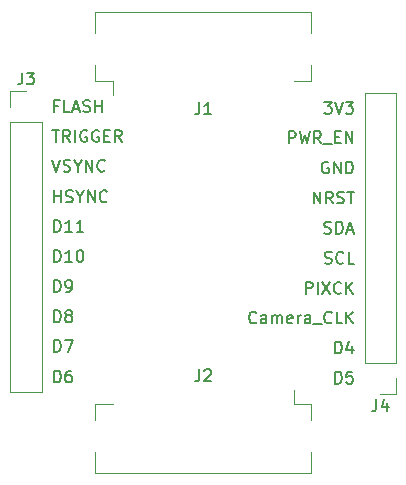
<source format=gto>
G04 #@! TF.GenerationSoftware,KiCad,Pcbnew,(5.1.0)-1*
G04 #@! TF.CreationDate,2019-08-01T13:02:20+05:30*
G04 #@! TF.ProjectId,AR0135_STM32F746G-DISCO_adapter_rev1,41523031-3335-45f5-9354-4d3332463734,rev?*
G04 #@! TF.SameCoordinates,Original*
G04 #@! TF.FileFunction,Legend,Top*
G04 #@! TF.FilePolarity,Positive*
%FSLAX46Y46*%
G04 Gerber Fmt 4.6, Leading zero omitted, Abs format (unit mm)*
G04 Created by KiCad (PCBNEW (5.1.0)-1) date 2019-08-01 13:02:20*
%MOMM*%
%LPD*%
G04 APERTURE LIST*
%ADD10C,0.200000*%
%ADD11C,0.120000*%
%ADD12C,0.150000*%
G04 APERTURE END LIST*
D10*
X17368095Y-41852380D02*
X17368095Y-40852380D01*
X17606190Y-40852380D01*
X17749047Y-40900000D01*
X17844285Y-40995238D01*
X17891904Y-41090476D01*
X17939523Y-41280952D01*
X17939523Y-41423809D01*
X17891904Y-41614285D01*
X17844285Y-41709523D01*
X17749047Y-41804761D01*
X17606190Y-41852380D01*
X17368095Y-41852380D01*
X18796666Y-40852380D02*
X18606190Y-40852380D01*
X18510952Y-40900000D01*
X18463333Y-40947619D01*
X18368095Y-41090476D01*
X18320476Y-41280952D01*
X18320476Y-41661904D01*
X18368095Y-41757142D01*
X18415714Y-41804761D01*
X18510952Y-41852380D01*
X18701428Y-41852380D01*
X18796666Y-41804761D01*
X18844285Y-41757142D01*
X18891904Y-41661904D01*
X18891904Y-41423809D01*
X18844285Y-41328571D01*
X18796666Y-41280952D01*
X18701428Y-41233333D01*
X18510952Y-41233333D01*
X18415714Y-41280952D01*
X18368095Y-41328571D01*
X18320476Y-41423809D01*
X17368095Y-39252380D02*
X17368095Y-38252380D01*
X17606190Y-38252380D01*
X17749047Y-38300000D01*
X17844285Y-38395238D01*
X17891904Y-38490476D01*
X17939523Y-38680952D01*
X17939523Y-38823809D01*
X17891904Y-39014285D01*
X17844285Y-39109523D01*
X17749047Y-39204761D01*
X17606190Y-39252380D01*
X17368095Y-39252380D01*
X18272857Y-38252380D02*
X18939523Y-38252380D01*
X18510952Y-39252380D01*
X17368095Y-36752380D02*
X17368095Y-35752380D01*
X17606190Y-35752380D01*
X17749047Y-35800000D01*
X17844285Y-35895238D01*
X17891904Y-35990476D01*
X17939523Y-36180952D01*
X17939523Y-36323809D01*
X17891904Y-36514285D01*
X17844285Y-36609523D01*
X17749047Y-36704761D01*
X17606190Y-36752380D01*
X17368095Y-36752380D01*
X18510952Y-36180952D02*
X18415714Y-36133333D01*
X18368095Y-36085714D01*
X18320476Y-35990476D01*
X18320476Y-35942857D01*
X18368095Y-35847619D01*
X18415714Y-35800000D01*
X18510952Y-35752380D01*
X18701428Y-35752380D01*
X18796666Y-35800000D01*
X18844285Y-35847619D01*
X18891904Y-35942857D01*
X18891904Y-35990476D01*
X18844285Y-36085714D01*
X18796666Y-36133333D01*
X18701428Y-36180952D01*
X18510952Y-36180952D01*
X18415714Y-36228571D01*
X18368095Y-36276190D01*
X18320476Y-36371428D01*
X18320476Y-36561904D01*
X18368095Y-36657142D01*
X18415714Y-36704761D01*
X18510952Y-36752380D01*
X18701428Y-36752380D01*
X18796666Y-36704761D01*
X18844285Y-36657142D01*
X18891904Y-36561904D01*
X18891904Y-36371428D01*
X18844285Y-36276190D01*
X18796666Y-36228571D01*
X18701428Y-36180952D01*
X17368095Y-34202380D02*
X17368095Y-33202380D01*
X17606190Y-33202380D01*
X17749047Y-33250000D01*
X17844285Y-33345238D01*
X17891904Y-33440476D01*
X17939523Y-33630952D01*
X17939523Y-33773809D01*
X17891904Y-33964285D01*
X17844285Y-34059523D01*
X17749047Y-34154761D01*
X17606190Y-34202380D01*
X17368095Y-34202380D01*
X18415714Y-34202380D02*
X18606190Y-34202380D01*
X18701428Y-34154761D01*
X18749047Y-34107142D01*
X18844285Y-33964285D01*
X18891904Y-33773809D01*
X18891904Y-33392857D01*
X18844285Y-33297619D01*
X18796666Y-33250000D01*
X18701428Y-33202380D01*
X18510952Y-33202380D01*
X18415714Y-33250000D01*
X18368095Y-33297619D01*
X18320476Y-33392857D01*
X18320476Y-33630952D01*
X18368095Y-33726190D01*
X18415714Y-33773809D01*
X18510952Y-33821428D01*
X18701428Y-33821428D01*
X18796666Y-33773809D01*
X18844285Y-33726190D01*
X18891904Y-33630952D01*
X17368095Y-31652380D02*
X17368095Y-30652380D01*
X17606190Y-30652380D01*
X17749047Y-30700000D01*
X17844285Y-30795238D01*
X17891904Y-30890476D01*
X17939523Y-31080952D01*
X17939523Y-31223809D01*
X17891904Y-31414285D01*
X17844285Y-31509523D01*
X17749047Y-31604761D01*
X17606190Y-31652380D01*
X17368095Y-31652380D01*
X18891904Y-31652380D02*
X18320476Y-31652380D01*
X18606190Y-31652380D02*
X18606190Y-30652380D01*
X18510952Y-30795238D01*
X18415714Y-30890476D01*
X18320476Y-30938095D01*
X19510952Y-30652380D02*
X19606190Y-30652380D01*
X19701428Y-30700000D01*
X19749047Y-30747619D01*
X19796666Y-30842857D01*
X19844285Y-31033333D01*
X19844285Y-31271428D01*
X19796666Y-31461904D01*
X19749047Y-31557142D01*
X19701428Y-31604761D01*
X19606190Y-31652380D01*
X19510952Y-31652380D01*
X19415714Y-31604761D01*
X19368095Y-31557142D01*
X19320476Y-31461904D01*
X19272857Y-31271428D01*
X19272857Y-31033333D01*
X19320476Y-30842857D01*
X19368095Y-30747619D01*
X19415714Y-30700000D01*
X19510952Y-30652380D01*
X17368095Y-29102380D02*
X17368095Y-28102380D01*
X17606190Y-28102380D01*
X17749047Y-28150000D01*
X17844285Y-28245238D01*
X17891904Y-28340476D01*
X17939523Y-28530952D01*
X17939523Y-28673809D01*
X17891904Y-28864285D01*
X17844285Y-28959523D01*
X17749047Y-29054761D01*
X17606190Y-29102380D01*
X17368095Y-29102380D01*
X18891904Y-29102380D02*
X18320476Y-29102380D01*
X18606190Y-29102380D02*
X18606190Y-28102380D01*
X18510952Y-28245238D01*
X18415714Y-28340476D01*
X18320476Y-28388095D01*
X19844285Y-29102380D02*
X19272857Y-29102380D01*
X19558571Y-29102380D02*
X19558571Y-28102380D01*
X19463333Y-28245238D01*
X19368095Y-28340476D01*
X19272857Y-28388095D01*
X17368095Y-26602380D02*
X17368095Y-25602380D01*
X17368095Y-26078571D02*
X17939523Y-26078571D01*
X17939523Y-26602380D02*
X17939523Y-25602380D01*
X18368095Y-26554761D02*
X18510952Y-26602380D01*
X18749047Y-26602380D01*
X18844285Y-26554761D01*
X18891904Y-26507142D01*
X18939523Y-26411904D01*
X18939523Y-26316666D01*
X18891904Y-26221428D01*
X18844285Y-26173809D01*
X18749047Y-26126190D01*
X18558571Y-26078571D01*
X18463333Y-26030952D01*
X18415714Y-25983333D01*
X18368095Y-25888095D01*
X18368095Y-25792857D01*
X18415714Y-25697619D01*
X18463333Y-25650000D01*
X18558571Y-25602380D01*
X18796666Y-25602380D01*
X18939523Y-25650000D01*
X19558571Y-26126190D02*
X19558571Y-26602380D01*
X19225238Y-25602380D02*
X19558571Y-26126190D01*
X19891904Y-25602380D01*
X20225238Y-26602380D02*
X20225238Y-25602380D01*
X20796666Y-26602380D01*
X20796666Y-25602380D01*
X21844285Y-26507142D02*
X21796666Y-26554761D01*
X21653809Y-26602380D01*
X21558571Y-26602380D01*
X21415714Y-26554761D01*
X21320476Y-26459523D01*
X21272857Y-26364285D01*
X21225238Y-26173809D01*
X21225238Y-26030952D01*
X21272857Y-25840476D01*
X21320476Y-25745238D01*
X21415714Y-25650000D01*
X21558571Y-25602380D01*
X21653809Y-25602380D01*
X21796666Y-25650000D01*
X21844285Y-25697619D01*
X17225238Y-23002380D02*
X17558571Y-24002380D01*
X17891904Y-23002380D01*
X18177619Y-23954761D02*
X18320476Y-24002380D01*
X18558571Y-24002380D01*
X18653809Y-23954761D01*
X18701428Y-23907142D01*
X18749047Y-23811904D01*
X18749047Y-23716666D01*
X18701428Y-23621428D01*
X18653809Y-23573809D01*
X18558571Y-23526190D01*
X18368095Y-23478571D01*
X18272857Y-23430952D01*
X18225238Y-23383333D01*
X18177619Y-23288095D01*
X18177619Y-23192857D01*
X18225238Y-23097619D01*
X18272857Y-23050000D01*
X18368095Y-23002380D01*
X18606190Y-23002380D01*
X18749047Y-23050000D01*
X19368095Y-23526190D02*
X19368095Y-24002380D01*
X19034761Y-23002380D02*
X19368095Y-23526190D01*
X19701428Y-23002380D01*
X20034761Y-24002380D02*
X20034761Y-23002380D01*
X20606190Y-24002380D01*
X20606190Y-23002380D01*
X21653809Y-23907142D02*
X21606190Y-23954761D01*
X21463333Y-24002380D01*
X21368095Y-24002380D01*
X21225238Y-23954761D01*
X21130000Y-23859523D01*
X21082380Y-23764285D01*
X21034761Y-23573809D01*
X21034761Y-23430952D01*
X21082380Y-23240476D01*
X21130000Y-23145238D01*
X21225238Y-23050000D01*
X21368095Y-23002380D01*
X21463333Y-23002380D01*
X21606190Y-23050000D01*
X21653809Y-23097619D01*
X17225238Y-20502380D02*
X17796666Y-20502380D01*
X17510952Y-21502380D02*
X17510952Y-20502380D01*
X18701428Y-21502380D02*
X18368095Y-21026190D01*
X18130000Y-21502380D02*
X18130000Y-20502380D01*
X18510952Y-20502380D01*
X18606190Y-20550000D01*
X18653809Y-20597619D01*
X18701428Y-20692857D01*
X18701428Y-20835714D01*
X18653809Y-20930952D01*
X18606190Y-20978571D01*
X18510952Y-21026190D01*
X18130000Y-21026190D01*
X19130000Y-21502380D02*
X19130000Y-20502380D01*
X20130000Y-20550000D02*
X20034761Y-20502380D01*
X19891904Y-20502380D01*
X19749047Y-20550000D01*
X19653809Y-20645238D01*
X19606190Y-20740476D01*
X19558571Y-20930952D01*
X19558571Y-21073809D01*
X19606190Y-21264285D01*
X19653809Y-21359523D01*
X19749047Y-21454761D01*
X19891904Y-21502380D01*
X19987142Y-21502380D01*
X20130000Y-21454761D01*
X20177619Y-21407142D01*
X20177619Y-21073809D01*
X19987142Y-21073809D01*
X21130000Y-20550000D02*
X21034761Y-20502380D01*
X20891904Y-20502380D01*
X20749047Y-20550000D01*
X20653809Y-20645238D01*
X20606190Y-20740476D01*
X20558571Y-20930952D01*
X20558571Y-21073809D01*
X20606190Y-21264285D01*
X20653809Y-21359523D01*
X20749047Y-21454761D01*
X20891904Y-21502380D01*
X20987142Y-21502380D01*
X21130000Y-21454761D01*
X21177619Y-21407142D01*
X21177619Y-21073809D01*
X20987142Y-21073809D01*
X21606190Y-20978571D02*
X21939523Y-20978571D01*
X22082380Y-21502380D02*
X21606190Y-21502380D01*
X21606190Y-20502380D01*
X22082380Y-20502380D01*
X23082380Y-21502380D02*
X22749047Y-21026190D01*
X22510952Y-21502380D02*
X22510952Y-20502380D01*
X22891904Y-20502380D01*
X22987142Y-20550000D01*
X23034761Y-20597619D01*
X23082380Y-20692857D01*
X23082380Y-20835714D01*
X23034761Y-20930952D01*
X22987142Y-20978571D01*
X22891904Y-21026190D01*
X22510952Y-21026190D01*
X17701428Y-18428571D02*
X17368095Y-18428571D01*
X17368095Y-18952380D02*
X17368095Y-17952380D01*
X17844285Y-17952380D01*
X18701428Y-18952380D02*
X18225238Y-18952380D01*
X18225238Y-17952380D01*
X18987142Y-18666666D02*
X19463333Y-18666666D01*
X18891904Y-18952380D02*
X19225238Y-17952380D01*
X19558571Y-18952380D01*
X19844285Y-18904761D02*
X19987142Y-18952380D01*
X20225238Y-18952380D01*
X20320476Y-18904761D01*
X20368095Y-18857142D01*
X20415714Y-18761904D01*
X20415714Y-18666666D01*
X20368095Y-18571428D01*
X20320476Y-18523809D01*
X20225238Y-18476190D01*
X20034761Y-18428571D01*
X19939523Y-18380952D01*
X19891904Y-18333333D01*
X19844285Y-18238095D01*
X19844285Y-18142857D01*
X19891904Y-18047619D01*
X19939523Y-18000000D01*
X20034761Y-17952380D01*
X20272857Y-17952380D01*
X20415714Y-18000000D01*
X20844285Y-18952380D02*
X20844285Y-17952380D01*
X20844285Y-18428571D02*
X21415714Y-18428571D01*
X21415714Y-18952380D02*
X21415714Y-17952380D01*
X41155714Y-41952380D02*
X41155714Y-40952380D01*
X41393809Y-40952380D01*
X41536666Y-41000000D01*
X41631904Y-41095238D01*
X41679523Y-41190476D01*
X41727142Y-41380952D01*
X41727142Y-41523809D01*
X41679523Y-41714285D01*
X41631904Y-41809523D01*
X41536666Y-41904761D01*
X41393809Y-41952380D01*
X41155714Y-41952380D01*
X42631904Y-40952380D02*
X42155714Y-40952380D01*
X42108095Y-41428571D01*
X42155714Y-41380952D01*
X42250952Y-41333333D01*
X42489047Y-41333333D01*
X42584285Y-41380952D01*
X42631904Y-41428571D01*
X42679523Y-41523809D01*
X42679523Y-41761904D01*
X42631904Y-41857142D01*
X42584285Y-41904761D01*
X42489047Y-41952380D01*
X42250952Y-41952380D01*
X42155714Y-41904761D01*
X42108095Y-41857142D01*
X41155714Y-39402380D02*
X41155714Y-38402380D01*
X41393809Y-38402380D01*
X41536666Y-38450000D01*
X41631904Y-38545238D01*
X41679523Y-38640476D01*
X41727142Y-38830952D01*
X41727142Y-38973809D01*
X41679523Y-39164285D01*
X41631904Y-39259523D01*
X41536666Y-39354761D01*
X41393809Y-39402380D01*
X41155714Y-39402380D01*
X42584285Y-38735714D02*
X42584285Y-39402380D01*
X42346190Y-38354761D02*
X42108095Y-39069047D01*
X42727142Y-39069047D01*
X34489047Y-36757142D02*
X34441428Y-36804761D01*
X34298571Y-36852380D01*
X34203333Y-36852380D01*
X34060476Y-36804761D01*
X33965238Y-36709523D01*
X33917619Y-36614285D01*
X33870000Y-36423809D01*
X33870000Y-36280952D01*
X33917619Y-36090476D01*
X33965238Y-35995238D01*
X34060476Y-35900000D01*
X34203333Y-35852380D01*
X34298571Y-35852380D01*
X34441428Y-35900000D01*
X34489047Y-35947619D01*
X35346190Y-36852380D02*
X35346190Y-36328571D01*
X35298571Y-36233333D01*
X35203333Y-36185714D01*
X35012857Y-36185714D01*
X34917619Y-36233333D01*
X35346190Y-36804761D02*
X35250952Y-36852380D01*
X35012857Y-36852380D01*
X34917619Y-36804761D01*
X34870000Y-36709523D01*
X34870000Y-36614285D01*
X34917619Y-36519047D01*
X35012857Y-36471428D01*
X35250952Y-36471428D01*
X35346190Y-36423809D01*
X35822380Y-36852380D02*
X35822380Y-36185714D01*
X35822380Y-36280952D02*
X35870000Y-36233333D01*
X35965238Y-36185714D01*
X36108095Y-36185714D01*
X36203333Y-36233333D01*
X36250952Y-36328571D01*
X36250952Y-36852380D01*
X36250952Y-36328571D02*
X36298571Y-36233333D01*
X36393809Y-36185714D01*
X36536666Y-36185714D01*
X36631904Y-36233333D01*
X36679523Y-36328571D01*
X36679523Y-36852380D01*
X37536666Y-36804761D02*
X37441428Y-36852380D01*
X37250952Y-36852380D01*
X37155714Y-36804761D01*
X37108095Y-36709523D01*
X37108095Y-36328571D01*
X37155714Y-36233333D01*
X37250952Y-36185714D01*
X37441428Y-36185714D01*
X37536666Y-36233333D01*
X37584285Y-36328571D01*
X37584285Y-36423809D01*
X37108095Y-36519047D01*
X38012857Y-36852380D02*
X38012857Y-36185714D01*
X38012857Y-36376190D02*
X38060476Y-36280952D01*
X38108095Y-36233333D01*
X38203333Y-36185714D01*
X38298571Y-36185714D01*
X39060476Y-36852380D02*
X39060476Y-36328571D01*
X39012857Y-36233333D01*
X38917619Y-36185714D01*
X38727142Y-36185714D01*
X38631904Y-36233333D01*
X39060476Y-36804761D02*
X38965238Y-36852380D01*
X38727142Y-36852380D01*
X38631904Y-36804761D01*
X38584285Y-36709523D01*
X38584285Y-36614285D01*
X38631904Y-36519047D01*
X38727142Y-36471428D01*
X38965238Y-36471428D01*
X39060476Y-36423809D01*
X39298571Y-36947619D02*
X40060476Y-36947619D01*
X40870000Y-36757142D02*
X40822380Y-36804761D01*
X40679523Y-36852380D01*
X40584285Y-36852380D01*
X40441428Y-36804761D01*
X40346190Y-36709523D01*
X40298571Y-36614285D01*
X40250952Y-36423809D01*
X40250952Y-36280952D01*
X40298571Y-36090476D01*
X40346190Y-35995238D01*
X40441428Y-35900000D01*
X40584285Y-35852380D01*
X40679523Y-35852380D01*
X40822380Y-35900000D01*
X40870000Y-35947619D01*
X41774761Y-36852380D02*
X41298571Y-36852380D01*
X41298571Y-35852380D01*
X42108095Y-36852380D02*
X42108095Y-35852380D01*
X42679523Y-36852380D02*
X42250952Y-36280952D01*
X42679523Y-35852380D02*
X42108095Y-36423809D01*
X38679523Y-34352380D02*
X38679523Y-33352380D01*
X39060476Y-33352380D01*
X39155714Y-33400000D01*
X39203333Y-33447619D01*
X39250952Y-33542857D01*
X39250952Y-33685714D01*
X39203333Y-33780952D01*
X39155714Y-33828571D01*
X39060476Y-33876190D01*
X38679523Y-33876190D01*
X39679523Y-34352380D02*
X39679523Y-33352380D01*
X40060476Y-33352380D02*
X40727142Y-34352380D01*
X40727142Y-33352380D02*
X40060476Y-34352380D01*
X41679523Y-34257142D02*
X41631904Y-34304761D01*
X41489047Y-34352380D01*
X41393809Y-34352380D01*
X41250952Y-34304761D01*
X41155714Y-34209523D01*
X41108095Y-34114285D01*
X41060476Y-33923809D01*
X41060476Y-33780952D01*
X41108095Y-33590476D01*
X41155714Y-33495238D01*
X41250952Y-33400000D01*
X41393809Y-33352380D01*
X41489047Y-33352380D01*
X41631904Y-33400000D01*
X41679523Y-33447619D01*
X42108095Y-34352380D02*
X42108095Y-33352380D01*
X42679523Y-34352380D02*
X42250952Y-33780952D01*
X42679523Y-33352380D02*
X42108095Y-33923809D01*
X40298571Y-31754761D02*
X40441428Y-31802380D01*
X40679523Y-31802380D01*
X40774761Y-31754761D01*
X40822380Y-31707142D01*
X40870000Y-31611904D01*
X40870000Y-31516666D01*
X40822380Y-31421428D01*
X40774761Y-31373809D01*
X40679523Y-31326190D01*
X40489047Y-31278571D01*
X40393809Y-31230952D01*
X40346190Y-31183333D01*
X40298571Y-31088095D01*
X40298571Y-30992857D01*
X40346190Y-30897619D01*
X40393809Y-30850000D01*
X40489047Y-30802380D01*
X40727142Y-30802380D01*
X40870000Y-30850000D01*
X41870000Y-31707142D02*
X41822380Y-31754761D01*
X41679523Y-31802380D01*
X41584285Y-31802380D01*
X41441428Y-31754761D01*
X41346190Y-31659523D01*
X41298571Y-31564285D01*
X41250952Y-31373809D01*
X41250952Y-31230952D01*
X41298571Y-31040476D01*
X41346190Y-30945238D01*
X41441428Y-30850000D01*
X41584285Y-30802380D01*
X41679523Y-30802380D01*
X41822380Y-30850000D01*
X41870000Y-30897619D01*
X42774761Y-31802380D02*
X42298571Y-31802380D01*
X42298571Y-30802380D01*
X40250952Y-29204761D02*
X40393809Y-29252380D01*
X40631904Y-29252380D01*
X40727142Y-29204761D01*
X40774761Y-29157142D01*
X40822380Y-29061904D01*
X40822380Y-28966666D01*
X40774761Y-28871428D01*
X40727142Y-28823809D01*
X40631904Y-28776190D01*
X40441428Y-28728571D01*
X40346190Y-28680952D01*
X40298571Y-28633333D01*
X40250952Y-28538095D01*
X40250952Y-28442857D01*
X40298571Y-28347619D01*
X40346190Y-28300000D01*
X40441428Y-28252380D01*
X40679523Y-28252380D01*
X40822380Y-28300000D01*
X41250952Y-29252380D02*
X41250952Y-28252380D01*
X41489047Y-28252380D01*
X41631904Y-28300000D01*
X41727142Y-28395238D01*
X41774761Y-28490476D01*
X41822380Y-28680952D01*
X41822380Y-28823809D01*
X41774761Y-29014285D01*
X41727142Y-29109523D01*
X41631904Y-29204761D01*
X41489047Y-29252380D01*
X41250952Y-29252380D01*
X42203333Y-28966666D02*
X42679523Y-28966666D01*
X42108095Y-29252380D02*
X42441428Y-28252380D01*
X42774761Y-29252380D01*
X39346190Y-26702380D02*
X39346190Y-25702380D01*
X39917619Y-26702380D01*
X39917619Y-25702380D01*
X40965238Y-26702380D02*
X40631904Y-26226190D01*
X40393809Y-26702380D02*
X40393809Y-25702380D01*
X40774761Y-25702380D01*
X40870000Y-25750000D01*
X40917619Y-25797619D01*
X40965238Y-25892857D01*
X40965238Y-26035714D01*
X40917619Y-26130952D01*
X40870000Y-26178571D01*
X40774761Y-26226190D01*
X40393809Y-26226190D01*
X41346190Y-26654761D02*
X41489047Y-26702380D01*
X41727142Y-26702380D01*
X41822380Y-26654761D01*
X41870000Y-26607142D01*
X41917619Y-26511904D01*
X41917619Y-26416666D01*
X41870000Y-26321428D01*
X41822380Y-26273809D01*
X41727142Y-26226190D01*
X41536666Y-26178571D01*
X41441428Y-26130952D01*
X41393809Y-26083333D01*
X41346190Y-25988095D01*
X41346190Y-25892857D01*
X41393809Y-25797619D01*
X41441428Y-25750000D01*
X41536666Y-25702380D01*
X41774761Y-25702380D01*
X41917619Y-25750000D01*
X42203333Y-25702380D02*
X42774761Y-25702380D01*
X42489047Y-26702380D02*
X42489047Y-25702380D01*
X40584285Y-23200000D02*
X40489047Y-23152380D01*
X40346190Y-23152380D01*
X40203333Y-23200000D01*
X40108095Y-23295238D01*
X40060476Y-23390476D01*
X40012857Y-23580952D01*
X40012857Y-23723809D01*
X40060476Y-23914285D01*
X40108095Y-24009523D01*
X40203333Y-24104761D01*
X40346190Y-24152380D01*
X40441428Y-24152380D01*
X40584285Y-24104761D01*
X40631904Y-24057142D01*
X40631904Y-23723809D01*
X40441428Y-23723809D01*
X41060476Y-24152380D02*
X41060476Y-23152380D01*
X41631904Y-24152380D01*
X41631904Y-23152380D01*
X42108095Y-24152380D02*
X42108095Y-23152380D01*
X42346190Y-23152380D01*
X42489047Y-23200000D01*
X42584285Y-23295238D01*
X42631904Y-23390476D01*
X42679523Y-23580952D01*
X42679523Y-23723809D01*
X42631904Y-23914285D01*
X42584285Y-24009523D01*
X42489047Y-24104761D01*
X42346190Y-24152380D01*
X42108095Y-24152380D01*
X37250952Y-21602380D02*
X37250952Y-20602380D01*
X37631904Y-20602380D01*
X37727142Y-20650000D01*
X37774761Y-20697619D01*
X37822380Y-20792857D01*
X37822380Y-20935714D01*
X37774761Y-21030952D01*
X37727142Y-21078571D01*
X37631904Y-21126190D01*
X37250952Y-21126190D01*
X38155714Y-20602380D02*
X38393809Y-21602380D01*
X38584285Y-20888095D01*
X38774761Y-21602380D01*
X39012857Y-20602380D01*
X39965238Y-21602380D02*
X39631904Y-21126190D01*
X39393809Y-21602380D02*
X39393809Y-20602380D01*
X39774761Y-20602380D01*
X39870000Y-20650000D01*
X39917619Y-20697619D01*
X39965238Y-20792857D01*
X39965238Y-20935714D01*
X39917619Y-21030952D01*
X39870000Y-21078571D01*
X39774761Y-21126190D01*
X39393809Y-21126190D01*
X40155714Y-21697619D02*
X40917619Y-21697619D01*
X41155714Y-21078571D02*
X41489047Y-21078571D01*
X41631904Y-21602380D02*
X41155714Y-21602380D01*
X41155714Y-20602380D01*
X41631904Y-20602380D01*
X42060476Y-21602380D02*
X42060476Y-20602380D01*
X42631904Y-21602380D01*
X42631904Y-20602380D01*
X40250952Y-18102380D02*
X40870000Y-18102380D01*
X40536666Y-18483333D01*
X40679523Y-18483333D01*
X40774761Y-18530952D01*
X40822380Y-18578571D01*
X40870000Y-18673809D01*
X40870000Y-18911904D01*
X40822380Y-19007142D01*
X40774761Y-19054761D01*
X40679523Y-19102380D01*
X40393809Y-19102380D01*
X40298571Y-19054761D01*
X40250952Y-19007142D01*
X41155714Y-18102380D02*
X41489047Y-19102380D01*
X41822380Y-18102380D01*
X42060476Y-18102380D02*
X42679523Y-18102380D01*
X42346190Y-18483333D01*
X42489047Y-18483333D01*
X42584285Y-18530952D01*
X42631904Y-18578571D01*
X42679523Y-18673809D01*
X42679523Y-18911904D01*
X42631904Y-19007142D01*
X42584285Y-19054761D01*
X42489047Y-19102380D01*
X42203333Y-19102380D01*
X42108095Y-19054761D01*
X42060476Y-19007142D01*
D11*
X22340000Y-43700000D02*
X20850000Y-43700000D01*
X20850000Y-43700000D02*
X20850000Y-45040000D01*
X37660000Y-43700000D02*
X39150000Y-43700000D01*
X39150000Y-43700000D02*
X39150000Y-45040000D01*
X20850000Y-47760000D02*
X20850000Y-49500000D01*
X20850000Y-49500000D02*
X39150000Y-49500000D01*
X39150000Y-49500000D02*
X39150000Y-47760000D01*
X37650000Y-43700000D02*
X37650000Y-42500000D01*
X13670000Y-42690000D02*
X16330000Y-42690000D01*
X13670000Y-19770000D02*
X13670000Y-42690000D01*
X16330000Y-19770000D02*
X16330000Y-42690000D01*
X13670000Y-19770000D02*
X16330000Y-19770000D01*
X13670000Y-18500000D02*
X13670000Y-17170000D01*
X13670000Y-17170000D02*
X15000000Y-17170000D01*
X46330000Y-42830000D02*
X45000000Y-42830000D01*
X46330000Y-41500000D02*
X46330000Y-42830000D01*
X46330000Y-40230000D02*
X43670000Y-40230000D01*
X43670000Y-40230000D02*
X43670000Y-17310000D01*
X46330000Y-40230000D02*
X46330000Y-17310000D01*
X46330000Y-17310000D02*
X43670000Y-17310000D01*
X37660000Y-16300000D02*
X39150000Y-16300000D01*
X39150000Y-16300000D02*
X39150000Y-14960000D01*
X22340000Y-16300000D02*
X20850000Y-16300000D01*
X20850000Y-16300000D02*
X20850000Y-14960000D01*
X39150000Y-12240000D02*
X39150000Y-10500000D01*
X39150000Y-10500000D02*
X20850000Y-10500000D01*
X20850000Y-10500000D02*
X20850000Y-12240000D01*
X22350000Y-16300000D02*
X22350000Y-17500000D01*
D12*
X29666666Y-40752380D02*
X29666666Y-41466666D01*
X29619047Y-41609523D01*
X29523809Y-41704761D01*
X29380952Y-41752380D01*
X29285714Y-41752380D01*
X30095238Y-40847619D02*
X30142857Y-40800000D01*
X30238095Y-40752380D01*
X30476190Y-40752380D01*
X30571428Y-40800000D01*
X30619047Y-40847619D01*
X30666666Y-40942857D01*
X30666666Y-41038095D01*
X30619047Y-41180952D01*
X30047619Y-41752380D01*
X30666666Y-41752380D01*
X14666666Y-15622380D02*
X14666666Y-16336666D01*
X14619047Y-16479523D01*
X14523809Y-16574761D01*
X14380952Y-16622380D01*
X14285714Y-16622380D01*
X15047619Y-15622380D02*
X15666666Y-15622380D01*
X15333333Y-16003333D01*
X15476190Y-16003333D01*
X15571428Y-16050952D01*
X15619047Y-16098571D01*
X15666666Y-16193809D01*
X15666666Y-16431904D01*
X15619047Y-16527142D01*
X15571428Y-16574761D01*
X15476190Y-16622380D01*
X15190476Y-16622380D01*
X15095238Y-16574761D01*
X15047619Y-16527142D01*
X44666666Y-43282380D02*
X44666666Y-43996666D01*
X44619047Y-44139523D01*
X44523809Y-44234761D01*
X44380952Y-44282380D01*
X44285714Y-44282380D01*
X45571428Y-43615714D02*
X45571428Y-44282380D01*
X45333333Y-43234761D02*
X45095238Y-43949047D01*
X45714285Y-43949047D01*
X29666666Y-18152380D02*
X29666666Y-18866666D01*
X29619047Y-19009523D01*
X29523809Y-19104761D01*
X29380952Y-19152380D01*
X29285714Y-19152380D01*
X30666666Y-19152380D02*
X30095238Y-19152380D01*
X30380952Y-19152380D02*
X30380952Y-18152380D01*
X30285714Y-18295238D01*
X30190476Y-18390476D01*
X30095238Y-18438095D01*
M02*

</source>
